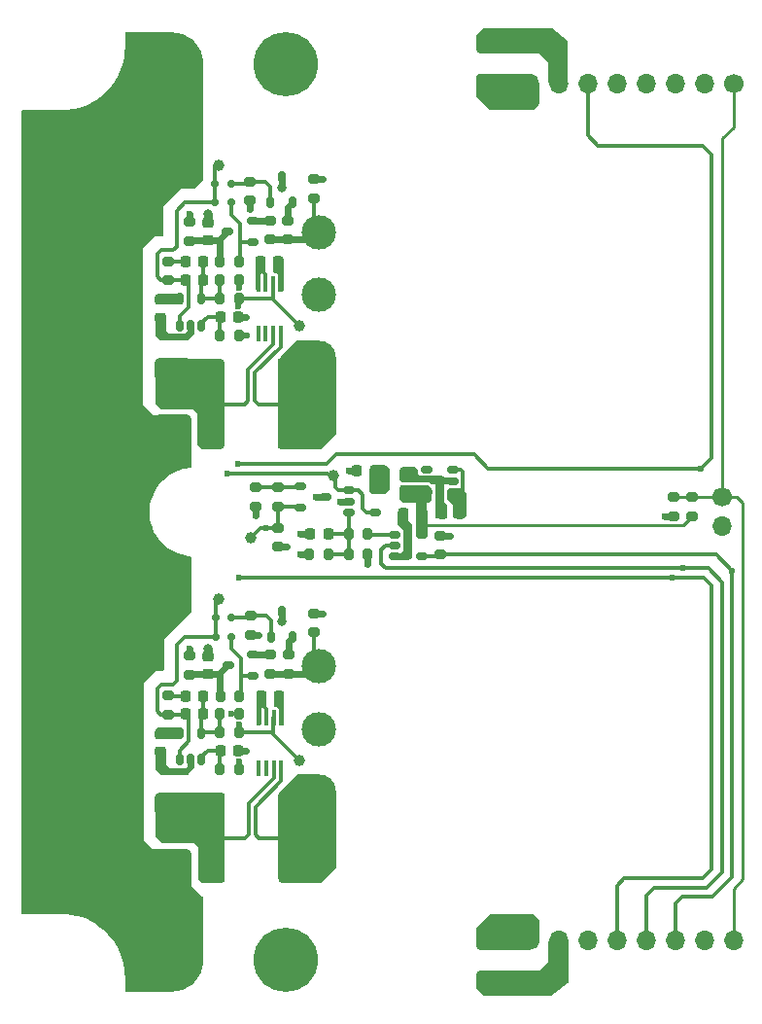
<source format=gbr>
%TF.GenerationSoftware,KiCad,Pcbnew,(6.0.1-0)*%
%TF.CreationDate,2024-02-14T13:59:27+01:00*%
%TF.ProjectId,dcload-power-board,64636c6f-6164-42d7-906f-7765722d626f,rev?*%
%TF.SameCoordinates,Original*%
%TF.FileFunction,Copper,L1,Top*%
%TF.FilePolarity,Positive*%
%FSLAX46Y46*%
G04 Gerber Fmt 4.6, Leading zero omitted, Abs format (unit mm)*
G04 Created by KiCad (PCBNEW (6.0.1-0)) date 2024-02-14 13:59:27*
%MOMM*%
%LPD*%
G01*
G04 APERTURE LIST*
G04 Aperture macros list*
%AMRoundRect*
0 Rectangle with rounded corners*
0 $1 Rounding radius*
0 $2 $3 $4 $5 $6 $7 $8 $9 X,Y pos of 4 corners*
0 Add a 4 corners polygon primitive as box body*
4,1,4,$2,$3,$4,$5,$6,$7,$8,$9,$2,$3,0*
0 Add four circle primitives for the rounded corners*
1,1,$1+$1,$2,$3*
1,1,$1+$1,$4,$5*
1,1,$1+$1,$6,$7*
1,1,$1+$1,$8,$9*
0 Add four rect primitives between the rounded corners*
20,1,$1+$1,$2,$3,$4,$5,0*
20,1,$1+$1,$4,$5,$6,$7,0*
20,1,$1+$1,$6,$7,$8,$9,0*
20,1,$1+$1,$8,$9,$2,$3,0*%
G04 Aperture macros list end*
%TA.AperFunction,ComponentPad*%
%ADD10C,3.000000*%
%TD*%
%TA.AperFunction,SMDPad,CuDef*%
%ADD11RoundRect,0.150000X0.150000X-0.350000X0.150000X0.350000X-0.150000X0.350000X-0.150000X-0.350000X0*%
%TD*%
%TA.AperFunction,SMDPad,CuDef*%
%ADD12RoundRect,0.200000X-0.275000X0.200000X-0.275000X-0.200000X0.275000X-0.200000X0.275000X0.200000X0*%
%TD*%
%TA.AperFunction,SMDPad,CuDef*%
%ADD13RoundRect,0.200000X-0.200000X-0.275000X0.200000X-0.275000X0.200000X0.275000X-0.200000X0.275000X0*%
%TD*%
%TA.AperFunction,SMDPad,CuDef*%
%ADD14C,1.000000*%
%TD*%
%TA.AperFunction,SMDPad,CuDef*%
%ADD15R,0.450000X1.450000*%
%TD*%
%TA.AperFunction,SMDPad,CuDef*%
%ADD16RoundRect,0.200000X0.275000X-0.200000X0.275000X0.200000X-0.275000X0.200000X-0.275000X-0.200000X0*%
%TD*%
%TA.AperFunction,SMDPad,CuDef*%
%ADD17RoundRect,0.225000X-0.225000X-0.250000X0.225000X-0.250000X0.225000X0.250000X-0.225000X0.250000X0*%
%TD*%
%TA.AperFunction,SMDPad,CuDef*%
%ADD18RoundRect,0.200000X0.200000X0.275000X-0.200000X0.275000X-0.200000X-0.275000X0.200000X-0.275000X0*%
%TD*%
%TA.AperFunction,SMDPad,CuDef*%
%ADD19RoundRect,0.225000X-0.250000X0.225000X-0.250000X-0.225000X0.250000X-0.225000X0.250000X0.225000X0*%
%TD*%
%TA.AperFunction,SMDPad,CuDef*%
%ADD20RoundRect,0.150000X0.150000X0.200000X-0.150000X0.200000X-0.150000X-0.200000X0.150000X-0.200000X0*%
%TD*%
%TA.AperFunction,SMDPad,CuDef*%
%ADD21RoundRect,0.225000X0.225000X0.250000X-0.225000X0.250000X-0.225000X-0.250000X0.225000X-0.250000X0*%
%TD*%
%TA.AperFunction,SMDPad,CuDef*%
%ADD22RoundRect,0.250000X0.362500X1.425000X-0.362500X1.425000X-0.362500X-1.425000X0.362500X-1.425000X0*%
%TD*%
%TA.AperFunction,SMDPad,CuDef*%
%ADD23RoundRect,0.250000X-0.650000X0.325000X-0.650000X-0.325000X0.650000X-0.325000X0.650000X0.325000X0*%
%TD*%
%TA.AperFunction,SMDPad,CuDef*%
%ADD24RoundRect,0.225000X0.250000X-0.225000X0.250000X0.225000X-0.250000X0.225000X-0.250000X-0.225000X0*%
%TD*%
%TA.AperFunction,SMDPad,CuDef*%
%ADD25RoundRect,0.150000X-0.350000X-0.150000X0.350000X-0.150000X0.350000X0.150000X-0.350000X0.150000X0*%
%TD*%
%TA.AperFunction,ComponentPad*%
%ADD26C,5.600000*%
%TD*%
%TA.AperFunction,SMDPad,CuDef*%
%ADD27RoundRect,0.150000X-0.150000X-0.200000X0.150000X-0.200000X0.150000X0.200000X-0.150000X0.200000X0*%
%TD*%
%TA.AperFunction,SMDPad,CuDef*%
%ADD28RoundRect,0.362963X-1.212037X0.617037X-1.212037X-0.617037X1.212037X-0.617037X1.212037X0.617037X0*%
%TD*%
%TA.AperFunction,SMDPad,CuDef*%
%ADD29RoundRect,0.150000X0.350000X0.150000X-0.350000X0.150000X-0.350000X-0.150000X0.350000X-0.150000X0*%
%TD*%
%TA.AperFunction,SMDPad,CuDef*%
%ADD30RoundRect,0.250000X0.650000X-0.325000X0.650000X0.325000X-0.650000X0.325000X-0.650000X-0.325000X0*%
%TD*%
%TA.AperFunction,ComponentPad*%
%ADD31C,1.700000*%
%TD*%
%TA.AperFunction,ComponentPad*%
%ADD32O,1.700000X1.700000*%
%TD*%
%TA.AperFunction,ViaPad*%
%ADD33C,0.600000*%
%TD*%
%TA.AperFunction,ViaPad*%
%ADD34C,0.800000*%
%TD*%
%TA.AperFunction,Conductor*%
%ADD35C,0.300000*%
%TD*%
%TA.AperFunction,Conductor*%
%ADD36C,0.250000*%
%TD*%
%TA.AperFunction,Conductor*%
%ADD37C,0.900000*%
%TD*%
%TA.AperFunction,Conductor*%
%ADD38C,0.500000*%
%TD*%
%TA.AperFunction,Conductor*%
%ADD39C,0.600000*%
%TD*%
%TA.AperFunction,Conductor*%
%ADD40C,0.350000*%
%TD*%
%TA.AperFunction,Conductor*%
%ADD41C,0.800000*%
%TD*%
G04 APERTURE END LIST*
D10*
%TO.P,Q200,1,G*%
%TO.N,/2. Current Sink 1/GATE*%
X126920000Y-70650000D03*
%TO.P,Q200,2,D*%
%TO.N,IN+*%
X126920000Y-76100000D03*
%TO.P,Q200,3,S*%
%TO.N,/2. Current Sink 1/SOURCE*%
X126920000Y-81550000D03*
%TD*%
D11*
%TO.P,U200,1*%
%TO.N,/2. Current Sink 1/EA_OUT*%
X114775000Y-78750000D03*
%TO.P,U200,2,VSS*%
%TO.N,GND*%
X115725000Y-78750000D03*
%TO.P,U200,3,+*%
%TO.N,/2. Current Sink 1/EA+*%
X116675000Y-78750000D03*
%TO.P,U200,4,-*%
%TO.N,/2. Current Sink 1/EA_FB*%
X116675000Y-76450000D03*
%TO.P,U200,5,VDD*%
%TO.N,+12V*%
X114775000Y-76450000D03*
%TD*%
D12*
%TO.P,R100,1*%
%TO.N,EA_OFFSET*%
X123300000Y-96375000D03*
%TO.P,R100,2*%
%TO.N,+12V*%
X123300000Y-98025000D03*
%TD*%
D13*
%TO.P,R306,1*%
%TO.N,/3. Current Sink 2/EA_FB*%
X118275000Y-112600000D03*
%TO.P,R306,2*%
%TO.N,/ISET_BUF*%
X119925000Y-112600000D03*
%TD*%
D12*
%TO.P,R302,1*%
%TO.N,GND*%
X126480000Y-103825000D03*
%TO.P,R302,2*%
%TO.N,/3. Current Sink 2/GATE*%
X126480000Y-105475000D03*
%TD*%
%TO.P,R308,1*%
%TO.N,Net-(C304-Pad2)*%
X113750000Y-110975000D03*
%TO.P,R308,2*%
%TO.N,/3. Current Sink 2/EA_OUT*%
X113750000Y-112625000D03*
%TD*%
D13*
%TO.P,R105,1*%
%TO.N,+12V*%
X126075000Y-98700000D03*
%TO.P,R105,2*%
%TO.N,/ISET_FILT*%
X127725000Y-98700000D03*
%TD*%
D12*
%TO.P,R201,1*%
%TO.N,/2. Current Sink 1/DRV_OUT_L*%
X124200000Y-69625000D03*
%TO.P,R201,2*%
%TO.N,/2. Current Sink 1/GATE*%
X124200000Y-71275000D03*
%TD*%
D14*
%TO.P,TP100,1,1*%
%TO.N,EA_OFFSET*%
X121000000Y-97200000D03*
%TD*%
D13*
%TO.P,R106,1*%
%TO.N,/ISET_FILT*%
X129475000Y-98700000D03*
%TO.P,R106,2*%
%TO.N,GND*%
X131125000Y-98700000D03*
%TD*%
D12*
%TO.P,R200,1*%
%TO.N,/2. Current Sink 1/DRV_OUT_U*%
X122650000Y-69625000D03*
%TO.P,R200,2*%
%TO.N,/2. Current Sink 1/GATE*%
X122650000Y-71275000D03*
%TD*%
D15*
%TO.P,U201,1,Vs*%
%TO.N,+5V*%
X123575000Y-75100000D03*
%TO.P,U201,2,OUT*%
%TO.N,/ISEN1*%
X122925000Y-75100000D03*
%TO.P,U201,3,CMP_IN*%
%TO.N,GND*%
X122275000Y-75100000D03*
%TO.P,U201,4,GND*%
X121625000Y-75100000D03*
%TO.P,U201,5,~{RESET}*%
%TO.N,unconnected-(U201-Pad5)*%
X121625000Y-79500000D03*
%TO.P,U201,6,CMP_OUT*%
%TO.N,unconnected-(U201-Pad6)*%
X122275000Y-79500000D03*
%TO.P,U201,7,IN-*%
%TO.N,/2. Current Sink 1/SOURCE-F*%
X122925000Y-79500000D03*
%TO.P,U201,8,IN+*%
%TO.N,/2. Current Sink 1/SOURCE*%
X123575000Y-79500000D03*
%TD*%
D16*
%TO.P,R311,1*%
%TO.N,GND*%
X120930000Y-105675000D03*
%TO.P,R311,2*%
%TO.N,Net-(D301-Pad1)*%
X120930000Y-104025000D03*
%TD*%
D14*
%TO.P,TP301,1,1*%
%TO.N,/3. Current Sink 2/EA_OUT*%
X118180000Y-102600000D03*
%TD*%
D17*
%TO.P,C102,1*%
%TO.N,GND*%
X137625000Y-95100000D03*
%TO.P,C102,2*%
%TO.N,+12V*%
X139175000Y-95100000D03*
%TD*%
D14*
%TO.P,TP300,1,1*%
%TO.N,/ISEN2*%
X125200000Y-116600000D03*
%TD*%
D18*
%TO.P,R210,1*%
%TO.N,Net-(D200-Pad2)*%
X119925000Y-73200000D03*
%TO.P,R210,2*%
%TO.N,/2. Current Sink 1/DRV_VCC*%
X118275000Y-73200000D03*
%TD*%
D19*
%TO.P,C305,1*%
%TO.N,GND*%
X117200000Y-107575000D03*
%TO.P,C305,2*%
%TO.N,/3. Current Sink 2/DRV_VCC*%
X117200000Y-109125000D03*
%TD*%
D12*
%TO.P,R202,1*%
%TO.N,GND*%
X126450000Y-66025000D03*
%TO.P,R202,2*%
%TO.N,/2. Current Sink 1/GATE*%
X126450000Y-67675000D03*
%TD*%
D20*
%TO.P,D300,1,K*%
%TO.N,/3. Current Sink 2/EA_OUT*%
X117880000Y-105850000D03*
%TO.P,D300,2,A*%
%TO.N,Net-(D300-Pad2)*%
X119280000Y-105850000D03*
%TD*%
D18*
%TO.P,R305,1*%
%TO.N,/ISEN2*%
X119925000Y-114200000D03*
%TO.P,R305,2*%
%TO.N,/3. Current Sink 2/EA_FB*%
X118275000Y-114200000D03*
%TD*%
D21*
%TO.P,C203,1*%
%TO.N,/2. Current Sink 1/EA_FB*%
X116825000Y-74800000D03*
%TO.P,C203,2*%
%TO.N,/2. Current Sink 1/EA_OUT*%
X115275000Y-74800000D03*
%TD*%
D11*
%TO.P,Q302,1,B*%
%TO.N,Net-(D301-Pad1)*%
X122717500Y-105843750D03*
%TO.P,Q302,2,E*%
%TO.N,/3. Current Sink 2/DRV_OUT_L*%
X124617500Y-105843750D03*
%TO.P,Q302,3,C*%
%TO.N,GND*%
X123667500Y-103668750D03*
%TD*%
D21*
%TO.P,C302,1*%
%TO.N,GND*%
X119875000Y-115800000D03*
%TO.P,C302,2*%
%TO.N,/3. Current Sink 2/EA+*%
X118325000Y-115800000D03*
%TD*%
D22*
%TO.P,R304,1*%
%TO.N,/3. Current Sink 2/SOURCE*%
X123992500Y-125625000D03*
%TO.P,R304,2*%
%TO.N,/3. Current Sink 2/SOURCE-F*%
X118067500Y-125625000D03*
%TD*%
D23*
%TO.P,C100,1*%
%TO.N,GND*%
X141500000Y-54475000D03*
%TO.P,C100,2*%
%TO.N,+12V*%
X141500000Y-57425000D03*
%TD*%
D17*
%TO.P,C105,1*%
%TO.N,GND*%
X126165000Y-96900000D03*
%TO.P,C105,2*%
%TO.N,/ISET_FILT*%
X127715000Y-96900000D03*
%TD*%
D16*
%TO.P,R211,1*%
%TO.N,GND*%
X120900000Y-67875000D03*
%TO.P,R211,2*%
%TO.N,Net-(D201-Pad1)*%
X120900000Y-66225000D03*
%TD*%
D21*
%TO.P,C304,1*%
%TO.N,/3. Current Sink 2/EA_FB*%
X116825000Y-111000000D03*
%TO.P,C304,2*%
%TO.N,Net-(C304-Pad2)*%
X115275000Y-111000000D03*
%TD*%
D15*
%TO.P,U301,1,Vs*%
%TO.N,+5V*%
X123605000Y-112900000D03*
%TO.P,U301,2,OUT*%
%TO.N,/ISEN2*%
X122955000Y-112900000D03*
%TO.P,U301,3,CMP_IN*%
%TO.N,GND*%
X122305000Y-112900000D03*
%TO.P,U301,4,GND*%
X121655000Y-112900000D03*
%TO.P,U301,5,~{RESET}*%
%TO.N,unconnected-(U301-Pad5)*%
X121655000Y-117300000D03*
%TO.P,U301,6,CMP_OUT*%
%TO.N,unconnected-(U301-Pad6)*%
X122305000Y-117300000D03*
%TO.P,U301,7,IN-*%
%TO.N,/3. Current Sink 2/SOURCE-F*%
X122955000Y-117300000D03*
%TO.P,U301,8,IN+*%
%TO.N,/3. Current Sink 2/SOURCE*%
X123605000Y-117300000D03*
%TD*%
D19*
%TO.P,C103,1*%
%TO.N,GND*%
X134400000Y-91550000D03*
%TO.P,C103,2*%
%TO.N,+5V*%
X134400000Y-93100000D03*
%TD*%
D13*
%TO.P,R307,1*%
%TO.N,/3. Current Sink 2/EA+*%
X118275000Y-117400000D03*
%TO.P,R307,2*%
%TO.N,EA_OFFSET*%
X119925000Y-117400000D03*
%TD*%
D21*
%TO.P,C204,1*%
%TO.N,/2. Current Sink 1/EA_FB*%
X116825000Y-73200000D03*
%TO.P,C204,2*%
%TO.N,Net-(C204-Pad2)*%
X115275000Y-73200000D03*
%TD*%
D24*
%TO.P,C300,1*%
%TO.N,GND*%
X113100000Y-115875000D03*
%TO.P,C300,2*%
%TO.N,+12V*%
X113100000Y-114325000D03*
%TD*%
D14*
%TO.P,TP200,1,1*%
%TO.N,/ISEN1*%
X125200000Y-78800000D03*
%TD*%
D18*
%TO.P,R205,1*%
%TO.N,/ISEN1*%
X119925000Y-76400000D03*
%TO.P,R205,2*%
%TO.N,/2. Current Sink 1/EA_FB*%
X118275000Y-76400000D03*
%TD*%
D17*
%TO.P,C301,1*%
%TO.N,GND*%
X121855000Y-111000000D03*
%TO.P,C301,2*%
%TO.N,+5V*%
X123405000Y-111000000D03*
%TD*%
D11*
%TO.P,U300,1*%
%TO.N,/3. Current Sink 2/EA_OUT*%
X114775000Y-116550000D03*
%TO.P,U300,2,VSS*%
%TO.N,GND*%
X115725000Y-116550000D03*
%TO.P,U300,3,+*%
%TO.N,/3. Current Sink 2/EA+*%
X116675000Y-116550000D03*
%TO.P,U300,4,-*%
%TO.N,/3. Current Sink 2/EA_FB*%
X116675000Y-114250000D03*
%TO.P,U300,5,VDD*%
%TO.N,+12V*%
X114775000Y-114250000D03*
%TD*%
D25*
%TO.P,U103,1*%
%TO.N,/ISET_BUF*%
X129520000Y-93120000D03*
%TO.P,U103,2,VSS*%
%TO.N,GND*%
X129520000Y-94070000D03*
%TO.P,U103,3,+*%
%TO.N,/ISET_FILT*%
X129520000Y-95020000D03*
%TO.P,U103,4,-*%
%TO.N,/ISET_BUF*%
X131820000Y-95020000D03*
%TO.P,U103,5,VDD*%
%TO.N,+12V*%
X131820000Y-93120000D03*
%TD*%
D26*
%TO.P,H105,1,1*%
%TO.N,IN+*%
X124000000Y-134000000D03*
%TD*%
D16*
%TO.P,R107,1*%
%TO.N,+5V*%
X159437500Y-95350000D03*
%TO.P,R107,2*%
%TO.N,/NTC*%
X159437500Y-93700000D03*
%TD*%
D17*
%TO.P,C104,1*%
%TO.N,GND*%
X134225000Y-95100000D03*
%TO.P,C104,2*%
%TO.N,+5V*%
X135775000Y-95100000D03*
%TD*%
D16*
%TO.P,R101,1*%
%TO.N,EA_OFFSET*%
X123300000Y-94525000D03*
%TO.P,R101,2*%
%TO.N,Net-(R101-Pad2)*%
X123300000Y-92875000D03*
%TD*%
D17*
%TO.P,C106,1*%
%TO.N,GND*%
X130225000Y-91400000D03*
%TO.P,C106,2*%
%TO.N,+12V*%
X131775000Y-91400000D03*
%TD*%
D18*
%TO.P,R310,1*%
%TO.N,Net-(D300-Pad2)*%
X119955000Y-111000000D03*
%TO.P,R310,2*%
%TO.N,/3. Current Sink 2/DRV_VCC*%
X118305000Y-111000000D03*
%TD*%
D26*
%TO.P,H106,1,1*%
%TO.N,GND*%
X114000000Y-134000000D03*
%TD*%
D27*
%TO.P,D201,1,K*%
%TO.N,Net-(D201-Pad1)*%
X119250000Y-66397500D03*
%TO.P,D201,2,A*%
%TO.N,/2. Current Sink 1/EA_OUT*%
X117850000Y-66397500D03*
%TD*%
D25*
%TO.P,U102,1,D*%
%TO.N,Net-(R104-Pad1)*%
X133530000Y-96950000D03*
%TO.P,U102,2,S*%
%TO.N,/ISET*%
X133530000Y-97900000D03*
%TO.P,U102,3,GND*%
%TO.N,GND*%
X133530000Y-98850000D03*
%TO.P,U102,4,SEL*%
%TO.N,/EN*%
X135830000Y-98850000D03*
%TO.P,U102,5,VDD*%
%TO.N,+5V*%
X135830000Y-96950000D03*
%TD*%
D28*
%TO.P,F300,1*%
%TO.N,/3. Current Sink 2/SOURCE-F*%
X114230000Y-120425000D03*
%TO.P,F300,2*%
%TO.N,GND*%
X114230000Y-125335000D03*
%TD*%
D29*
%TO.P,Q201,1,B*%
%TO.N,Net-(D200-Pad2)*%
X121137500Y-71500000D03*
%TO.P,Q201,2,E*%
%TO.N,/2. Current Sink 1/DRV_OUT_U*%
X121137500Y-69600000D03*
%TO.P,Q201,3,C*%
%TO.N,/2. Current Sink 1/DRV_VCC*%
X118962500Y-70550000D03*
%TD*%
D24*
%TO.P,C200,1*%
%TO.N,GND*%
X113100000Y-78075000D03*
%TO.P,C200,2*%
%TO.N,+12V*%
X113100000Y-76525000D03*
%TD*%
D16*
%TO.P,R209,1*%
%TO.N,/2. Current Sink 1/DRV_VCC*%
X115600000Y-71375000D03*
%TO.P,R209,2*%
%TO.N,+12V*%
X115600000Y-69725000D03*
%TD*%
%TO.P,R309,1*%
%TO.N,/3. Current Sink 2/DRV_VCC*%
X115600000Y-109175000D03*
%TO.P,R309,2*%
%TO.N,+12V*%
X115600000Y-107525000D03*
%TD*%
D13*
%TO.P,R207,1*%
%TO.N,/2. Current Sink 1/EA+*%
X118275000Y-79600000D03*
%TO.P,R207,2*%
%TO.N,EA_OFFSET*%
X119925000Y-79600000D03*
%TD*%
D14*
%TO.P,TP101,1,1*%
%TO.N,/ISET_BUF*%
X128200000Y-91850000D03*
%TD*%
D28*
%TO.P,F200,1*%
%TO.N,/2. Current Sink 1/SOURCE-F*%
X114200000Y-82625000D03*
%TO.P,F200,2*%
%TO.N,GND*%
X114200000Y-87535000D03*
%TD*%
D30*
%TO.P,C101,1*%
%TO.N,GND*%
X141500000Y-135525000D03*
%TO.P,C101,2*%
%TO.N,+12V*%
X141500000Y-132575000D03*
%TD*%
D13*
%TO.P,R206,1*%
%TO.N,/2. Current Sink 1/EA_FB*%
X118275000Y-74800000D03*
%TO.P,R206,2*%
%TO.N,/ISET_BUF*%
X119925000Y-74800000D03*
%TD*%
D12*
%TO.P,R208,1*%
%TO.N,Net-(C204-Pad2)*%
X113750000Y-73175000D03*
%TO.P,R208,2*%
%TO.N,/2. Current Sink 1/EA_OUT*%
X113750000Y-74825000D03*
%TD*%
D21*
%TO.P,C303,1*%
%TO.N,/3. Current Sink 2/EA_FB*%
X116825000Y-112600000D03*
%TO.P,C303,2*%
%TO.N,/3. Current Sink 2/EA_OUT*%
X115275000Y-112600000D03*
%TD*%
D12*
%TO.P,R301,1*%
%TO.N,/3. Current Sink 2/DRV_OUT_L*%
X124230000Y-107425000D03*
%TO.P,R301,2*%
%TO.N,/3. Current Sink 2/GATE*%
X124230000Y-109075000D03*
%TD*%
%TO.P,R102,1*%
%TO.N,Net-(R101-Pad2)*%
X121400000Y-92875000D03*
%TO.P,R102,2*%
%TO.N,GND*%
X121400000Y-94525000D03*
%TD*%
D21*
%TO.P,C202,1*%
%TO.N,GND*%
X119875000Y-78000000D03*
%TO.P,C202,2*%
%TO.N,/2. Current Sink 1/EA+*%
X118325000Y-78000000D03*
%TD*%
D26*
%TO.P,H104,1,1*%
%TO.N,GND*%
X114000000Y-56000000D03*
%TD*%
D22*
%TO.P,R204,1*%
%TO.N,/2. Current Sink 1/SOURCE*%
X123962500Y-87825000D03*
%TO.P,R204,2*%
%TO.N,/2. Current Sink 1/SOURCE-F*%
X118037500Y-87825000D03*
%TD*%
D29*
%TO.P,Q301,1,B*%
%TO.N,Net-(D300-Pad2)*%
X121167500Y-109300000D03*
%TO.P,Q301,2,E*%
%TO.N,/3. Current Sink 2/DRV_OUT_U*%
X121167500Y-107400000D03*
%TO.P,Q301,3,C*%
%TO.N,/3. Current Sink 2/DRV_VCC*%
X118992500Y-108350000D03*
%TD*%
D12*
%TO.P,R300,1*%
%TO.N,/3. Current Sink 2/DRV_OUT_U*%
X122680000Y-107425000D03*
%TO.P,R300,2*%
%TO.N,/3. Current Sink 2/GATE*%
X122680000Y-109075000D03*
%TD*%
D19*
%TO.P,C205,1*%
%TO.N,GND*%
X117200000Y-69775000D03*
%TO.P,C205,2*%
%TO.N,/2. Current Sink 1/DRV_VCC*%
X117200000Y-71325000D03*
%TD*%
D29*
%TO.P,U100,1,IN*%
%TO.N,+12V*%
X138550000Y-93250000D03*
%TO.P,U100,2,GND*%
%TO.N,GND*%
X138550000Y-92300000D03*
%TO.P,U100,3,EN*%
%TO.N,+12V*%
X138550000Y-91350000D03*
%TO.P,U100,4,NC*%
%TO.N,unconnected-(U100-Pad4)*%
X136250000Y-91350000D03*
%TO.P,U100,5,OUT*%
%TO.N,+5V*%
X136250000Y-93250000D03*
%TD*%
D22*
%TO.P,R303,1*%
%TO.N,/3. Current Sink 2/SOURCE*%
X123992500Y-121125000D03*
%TO.P,R303,2*%
%TO.N,/3. Current Sink 2/SOURCE-F*%
X118067500Y-121125000D03*
%TD*%
D27*
%TO.P,D301,1,K*%
%TO.N,Net-(D301-Pad1)*%
X119280000Y-104197500D03*
%TO.P,D301,2,A*%
%TO.N,/3. Current Sink 2/EA_OUT*%
X117880000Y-104197500D03*
%TD*%
D16*
%TO.P,R103,1*%
%TO.N,/EN*%
X137470000Y-98705000D03*
%TO.P,R103,2*%
%TO.N,GND*%
X137470000Y-97055000D03*
%TD*%
D18*
%TO.P,R104,1*%
%TO.N,Net-(R104-Pad1)*%
X131125000Y-96900000D03*
%TO.P,R104,2*%
%TO.N,/ISET_FILT*%
X129475000Y-96900000D03*
%TD*%
D12*
%TO.P,R108,1*%
%TO.N,/NTC*%
X157800000Y-93700000D03*
%TO.P,R108,2*%
%TO.N,GND*%
X157800000Y-95350000D03*
%TD*%
D10*
%TO.P,Q300,1,G*%
%TO.N,/3. Current Sink 2/GATE*%
X126920000Y-108450000D03*
%TO.P,Q300,2,D*%
%TO.N,IN+*%
X126920000Y-113900000D03*
%TO.P,Q300,3,S*%
%TO.N,/3. Current Sink 2/SOURCE*%
X126920000Y-119350000D03*
%TD*%
D25*
%TO.P,U101,1,REF*%
%TO.N,Net-(R101-Pad2)*%
X125312500Y-92750000D03*
%TO.P,U101,2,K*%
%TO.N,EA_OFFSET*%
X125312500Y-94650000D03*
%TO.P,U101,3,A*%
%TO.N,GND*%
X127487500Y-93700000D03*
%TD*%
D11*
%TO.P,Q202,1,B*%
%TO.N,Net-(D201-Pad1)*%
X122687500Y-68043750D03*
%TO.P,Q202,2,E*%
%TO.N,/2. Current Sink 1/DRV_OUT_L*%
X124587500Y-68043750D03*
%TO.P,Q202,3,C*%
%TO.N,GND*%
X123637500Y-65868750D03*
%TD*%
D17*
%TO.P,C201,1*%
%TO.N,GND*%
X121825000Y-73200000D03*
%TO.P,C201,2*%
%TO.N,+5V*%
X123375000Y-73200000D03*
%TD*%
D14*
%TO.P,TP201,1,1*%
%TO.N,/2. Current Sink 1/EA_OUT*%
X118150000Y-64800000D03*
%TD*%
D22*
%TO.P,R203,1*%
%TO.N,/2. Current Sink 1/SOURCE*%
X123962500Y-83325000D03*
%TO.P,R203,2*%
%TO.N,/2. Current Sink 1/SOURCE-F*%
X118037500Y-83325000D03*
%TD*%
D20*
%TO.P,D200,1,K*%
%TO.N,/2. Current Sink 1/EA_OUT*%
X117850000Y-68050000D03*
%TO.P,D200,2,A*%
%TO.N,Net-(D200-Pad2)*%
X119250000Y-68050000D03*
%TD*%
D26*
%TO.P,H103,1,1*%
%TO.N,IN+*%
X124000000Y-56000000D03*
%TD*%
D31*
%TO.P,J103,1,Pin_1*%
%TO.N,/NTC*%
X162037500Y-93692500D03*
D32*
%TO.P,J103,2,Pin_2*%
%TO.N,GND*%
X162037500Y-96232500D03*
%TD*%
D31*
%TO.P,J100,1,Pin_1*%
%TO.N,/NTC*%
X163000000Y-57700000D03*
D32*
%TO.P,J100,2,Pin_2*%
%TO.N,GND*%
X160460000Y-57700000D03*
%TO.P,J100,3,Pin_3*%
%TO.N,/EN*%
X157920000Y-57700000D03*
%TO.P,J100,4,Pin_4*%
%TO.N,/ISET*%
X155380000Y-57700000D03*
%TO.P,J100,5,Pin_5*%
%TO.N,/ISEN2*%
X152840000Y-57700000D03*
%TO.P,J100,6,Pin_6*%
%TO.N,/ISEN1*%
X150300000Y-57700000D03*
%TO.P,J100,7,Pin_7*%
%TO.N,GND*%
X147760000Y-57700000D03*
%TO.P,J100,8,Pin_8*%
%TO.N,+12V*%
X145220000Y-57700000D03*
%TD*%
D31*
%TO.P,J101,1,Pin_1*%
%TO.N,+12V*%
X145220000Y-132300000D03*
D32*
%TO.P,J101,2,Pin_2*%
%TO.N,GND*%
X147760000Y-132300000D03*
%TO.P,J101,3,Pin_3*%
%TO.N,/ISEN1*%
X150300000Y-132300000D03*
%TO.P,J101,4,Pin_4*%
%TO.N,/ISEN2*%
X152840000Y-132300000D03*
%TO.P,J101,5,Pin_5*%
%TO.N,/ISET*%
X155380000Y-132300000D03*
%TO.P,J101,6,Pin_6*%
%TO.N,/EN*%
X157920000Y-132300000D03*
%TO.P,J101,7,Pin_7*%
%TO.N,GND*%
X160460000Y-132300000D03*
%TO.P,J101,8,Pin_8*%
%TO.N,/NTC*%
X163000000Y-132300000D03*
%TD*%
D33*
%TO.N,+5V*%
X136250000Y-93900000D03*
X135350000Y-93100000D03*
X123530000Y-111800000D03*
X123500000Y-74000000D03*
X134400000Y-93900000D03*
%TO.N,+12V*%
X114000000Y-76450000D03*
X143000000Y-132000000D03*
X132700000Y-91500000D03*
X124090000Y-98020000D03*
X142000000Y-59000000D03*
X115612500Y-106850000D03*
X114000000Y-114250000D03*
X143000000Y-58000000D03*
X131800000Y-92300000D03*
X144000000Y-59000000D03*
X142000000Y-131000000D03*
X125260000Y-98700000D03*
X139400000Y-93600000D03*
X138600000Y-93900000D03*
X144000000Y-131000000D03*
X115612500Y-69050000D03*
%TO.N,EA_OFFSET*%
X120600000Y-79600000D03*
X122300000Y-96400000D03*
X119925000Y-116750000D03*
%TO.N,/EN*%
X162900000Y-100100000D03*
%TO.N,/ISET*%
X158600000Y-99900000D03*
%TO.N,/ISEN2*%
X157700000Y-100750000D03*
X119925000Y-113524500D03*
X119925000Y-100700000D03*
%TO.N,/ISEN1*%
X119850000Y-90800000D03*
X119850000Y-77075000D03*
X160200000Y-91200000D03*
%TO.N,/ISET_BUF*%
X119925000Y-75475500D03*
X118950000Y-91650000D03*
X119275000Y-112600000D03*
D34*
%TO.N,GND*%
X112000000Y-90000000D03*
X112000000Y-89100000D03*
D33*
X126600000Y-93700000D03*
X136800000Y-92200000D03*
D34*
X112900000Y-127800000D03*
D33*
X134600000Y-96200000D03*
D34*
X111100000Y-89100000D03*
D33*
X142000000Y-136500000D03*
X115300000Y-79775000D03*
D34*
X112900000Y-126900000D03*
X112000000Y-88200000D03*
D33*
X143000000Y-54500000D03*
X115675000Y-117250000D03*
D34*
X112000000Y-125100000D03*
D33*
X127225000Y-66025000D03*
D34*
X113800000Y-89100000D03*
D33*
X137650000Y-92250000D03*
X127255000Y-103825000D03*
D34*
X112000000Y-126900000D03*
X114700000Y-126900000D03*
D33*
X120525000Y-115800000D03*
D34*
X111100000Y-126900000D03*
D33*
X142000000Y-53500000D03*
X143000000Y-53500000D03*
X125300000Y-96900000D03*
D34*
X123650000Y-66725000D03*
D33*
X135200000Y-91525000D03*
X113325000Y-79600000D03*
D34*
X113800000Y-127800000D03*
D33*
X131120000Y-99490000D03*
D34*
X111100000Y-90000000D03*
X111100000Y-88200000D03*
D33*
X120900000Y-68600000D03*
X128750000Y-94070000D03*
X114275000Y-79775000D03*
X121730000Y-111800000D03*
X129500000Y-91400000D03*
X113100000Y-78850000D03*
X120525000Y-78000000D03*
D34*
X112000000Y-127800000D03*
X112000000Y-126000000D03*
D33*
X157000000Y-95350000D03*
D34*
X111100000Y-87300000D03*
X112000000Y-87300000D03*
X117212500Y-69050000D03*
D33*
X138300000Y-97050000D03*
X113100000Y-116650000D03*
D34*
X117212500Y-106850000D03*
D33*
X134400000Y-98800000D03*
D34*
X112900000Y-90000000D03*
X111100000Y-127800000D03*
D33*
X121400000Y-95300000D03*
D34*
X114700000Y-89100000D03*
D33*
X143000000Y-136500000D03*
X121650000Y-105675000D03*
D34*
X111100000Y-126000000D03*
D33*
X121700000Y-74000000D03*
X143000000Y-135500000D03*
D34*
X113800000Y-126900000D03*
X113800000Y-90000000D03*
D33*
X137400000Y-94250000D03*
D34*
X114700000Y-90000000D03*
X114700000Y-127800000D03*
X123680000Y-104525000D03*
X112900000Y-89100000D03*
X111100000Y-125100000D03*
%TD*%
D35*
%TO.N,/2. Current Sink 1/EA+*%
X118275000Y-79600000D02*
X118275000Y-78050000D01*
X118275000Y-78050000D02*
X118325000Y-78000000D01*
X118325000Y-78000000D02*
X117200000Y-78000000D01*
X117200000Y-78000000D02*
X116675000Y-78525000D01*
X116675000Y-78525000D02*
X116675000Y-78750000D01*
%TO.N,/ISET_FILT*%
X129475000Y-98700000D02*
X129475000Y-96900000D01*
X129475000Y-96900000D02*
X129475000Y-95065000D01*
X127715000Y-98700000D02*
X129495000Y-98700000D01*
X129475000Y-95065000D02*
X129520000Y-95020000D01*
X127765000Y-96900000D02*
X129475000Y-96900000D01*
%TO.N,/2. Current Sink 1/EA_FB*%
X118275000Y-76400000D02*
X116725000Y-76400000D01*
X116675000Y-76450000D02*
X116675000Y-74950000D01*
X116825000Y-73200000D02*
X116825000Y-74800000D01*
X118275000Y-74800000D02*
X118275000Y-76400000D01*
X116675000Y-74950000D02*
X116825000Y-74800000D01*
X116725000Y-76400000D02*
X116675000Y-76450000D01*
%TO.N,/2. Current Sink 1/EA_OUT*%
X113750000Y-74825000D02*
X115250000Y-74825000D01*
X113750000Y-74825000D02*
X113125000Y-74825000D01*
X113125000Y-74825000D02*
X112800000Y-74500000D01*
X114775000Y-78750000D02*
X114775000Y-77975000D01*
X115200000Y-68050000D02*
X117850000Y-68050000D01*
X115250000Y-74825000D02*
X115275000Y-74800000D01*
X113150000Y-72200000D02*
X114200000Y-72200000D01*
X114200000Y-72200000D02*
X114500000Y-71900000D01*
X114500000Y-71900000D02*
X114500000Y-68750000D01*
X112800000Y-72550000D02*
X113150000Y-72200000D01*
X112800000Y-74500000D02*
X112800000Y-72550000D01*
X117850000Y-66397500D02*
X117850000Y-64950000D01*
X115575000Y-77175000D02*
X115575000Y-75100000D01*
X117850000Y-68050000D02*
X117850000Y-66397500D01*
X115575000Y-75100000D02*
X115275000Y-74800000D01*
X114775000Y-77975000D02*
X115575000Y-77175000D01*
X114500000Y-68750000D02*
X115200000Y-68050000D01*
X117850000Y-64950000D02*
X117900000Y-64900000D01*
D36*
%TO.N,+5V*%
X135825000Y-96945000D02*
X135830000Y-96950000D01*
X159382500Y-95417500D02*
X158675000Y-96125000D01*
X159437500Y-95417500D02*
X159382500Y-95417500D01*
X135825000Y-96125000D02*
X135825000Y-96945000D01*
D37*
X135775000Y-95100000D02*
X135775000Y-93725000D01*
D38*
X135775000Y-93725000D02*
X136250000Y-93250000D01*
D36*
X158675000Y-96125000D02*
X135825000Y-96125000D01*
D39*
%TO.N,+12V*%
X115612500Y-69712500D02*
X115600000Y-69725000D01*
X124090000Y-98020000D02*
X124085000Y-98025000D01*
X115612500Y-69050000D02*
X115612500Y-69712500D01*
X124085000Y-98025000D02*
X123300000Y-98025000D01*
X115612500Y-106850000D02*
X115612500Y-107512500D01*
X126075000Y-98700000D02*
X125260000Y-98700000D01*
D35*
X139250000Y-91350000D02*
X139400000Y-91500000D01*
D39*
X115612500Y-107512500D02*
X115600000Y-107525000D01*
D35*
X138550000Y-91350000D02*
X139250000Y-91350000D01*
X139400000Y-91500000D02*
X139400000Y-93600000D01*
D39*
%TO.N,/2. Current Sink 1/DRV_VCC*%
X118187500Y-71325000D02*
X118287500Y-71225000D01*
X115650000Y-71325000D02*
X115600000Y-71375000D01*
X117200000Y-71325000D02*
X115650000Y-71325000D01*
X118287500Y-71225000D02*
X118287500Y-73187500D01*
X117200000Y-71325000D02*
X118187500Y-71325000D01*
X118287500Y-71225000D02*
X118962500Y-70550000D01*
D35*
%TO.N,Net-(C204-Pad2)*%
X115275000Y-73200000D02*
X113775000Y-73200000D01*
X113775000Y-73200000D02*
X113750000Y-73175000D01*
%TO.N,/3. Current Sink 2/EA+*%
X118325000Y-115800000D02*
X117200000Y-115800000D01*
X118275000Y-117400000D02*
X118275000Y-115850000D01*
X117200000Y-115800000D02*
X116675000Y-116325000D01*
X118275000Y-115850000D02*
X118325000Y-115800000D01*
X116675000Y-116325000D02*
X116675000Y-116550000D01*
%TO.N,/3. Current Sink 2/EA_FB*%
X116825000Y-111000000D02*
X116825000Y-112600000D01*
X116675000Y-112750000D02*
X116825000Y-112600000D01*
X118275000Y-112600000D02*
X118275000Y-114200000D01*
X116725000Y-114200000D02*
X116675000Y-114250000D01*
X118275000Y-114200000D02*
X116725000Y-114200000D01*
X116675000Y-114250000D02*
X116675000Y-112750000D01*
%TO.N,/3. Current Sink 2/EA_OUT*%
X115250000Y-112625000D02*
X115275000Y-112600000D01*
X117880000Y-102750000D02*
X117930000Y-102700000D01*
X113150000Y-110000000D02*
X114200000Y-110000000D01*
X113125000Y-112625000D02*
X112800000Y-112300000D01*
X117880000Y-105850000D02*
X117880000Y-104197500D01*
X114200000Y-110000000D02*
X114500000Y-109700000D01*
X113750000Y-112625000D02*
X115250000Y-112625000D01*
X114775000Y-115775000D02*
X115575000Y-114975000D01*
X115575000Y-112900000D02*
X115275000Y-112600000D01*
X117880000Y-104197500D02*
X117880000Y-102750000D01*
X114775000Y-116550000D02*
X114775000Y-115775000D01*
X112800000Y-110350000D02*
X113150000Y-110000000D01*
X112800000Y-112300000D02*
X112800000Y-110350000D01*
X114500000Y-106550000D02*
X115200000Y-105850000D01*
X115575000Y-114975000D02*
X115575000Y-112900000D01*
X113750000Y-112625000D02*
X113125000Y-112625000D01*
X114500000Y-109700000D02*
X114500000Y-106550000D01*
X115200000Y-105850000D02*
X117850000Y-105850000D01*
%TO.N,Net-(C304-Pad2)*%
X113775000Y-111000000D02*
X113750000Y-110975000D01*
X115275000Y-111000000D02*
X113775000Y-111000000D01*
%TO.N,/2. Current Sink 1/SOURCE-F*%
X118037500Y-85512500D02*
X118125000Y-85600000D01*
X120725000Y-82575000D02*
X122925000Y-80375000D01*
X120725000Y-85300000D02*
X120725000Y-82575000D01*
X120425000Y-85600000D02*
X120725000Y-85300000D01*
X122925000Y-80375000D02*
X122925000Y-79200000D01*
X118125000Y-85600000D02*
X120425000Y-85600000D01*
X118037500Y-83325000D02*
X118037500Y-85512500D01*
%TO.N,Net-(D200-Pad2)*%
X120050000Y-69900000D02*
X120050000Y-71500000D01*
X120050000Y-73075000D02*
X119925000Y-73200000D01*
X120050000Y-71500000D02*
X120050000Y-73075000D01*
X119250000Y-68050000D02*
X119250000Y-69100000D01*
D40*
X119925000Y-73200000D02*
X120100000Y-73025000D01*
D35*
X119250000Y-69100000D02*
X120050000Y-69900000D01*
X121137500Y-71500000D02*
X120050000Y-71500000D01*
%TO.N,/3. Current Sink 2/SOURCE-F*%
X118155000Y-123400000D02*
X120455000Y-123400000D01*
X118067500Y-123312500D02*
X118155000Y-123400000D01*
X120755000Y-120375000D02*
X122955000Y-118175000D01*
X118067500Y-121125000D02*
X118067500Y-123312500D01*
X120755000Y-123100000D02*
X120755000Y-120375000D01*
X120455000Y-123400000D02*
X120755000Y-123100000D01*
X122955000Y-118175000D02*
X122955000Y-117000000D01*
%TO.N,Net-(R101-Pad2)*%
X125187500Y-92875000D02*
X125312500Y-92750000D01*
X123300000Y-92875000D02*
X125187500Y-92875000D01*
X121400000Y-92875000D02*
X123300000Y-92875000D01*
%TO.N,/2. Current Sink 1/GATE*%
X126450000Y-67675000D02*
X126450000Y-70180000D01*
D39*
X124200000Y-71275000D02*
X122650000Y-71275000D01*
X124200000Y-71275000D02*
X126295000Y-71275000D01*
D35*
X126450000Y-70180000D02*
X126920000Y-70650000D01*
D39*
X126295000Y-71275000D02*
X126920000Y-70650000D01*
%TO.N,/3. Current Sink 2/DRV_VCC*%
X117200000Y-109125000D02*
X115650000Y-109125000D01*
X118287500Y-109025000D02*
X118287500Y-110987500D01*
X117200000Y-109125000D02*
X118187500Y-109125000D01*
X115650000Y-109125000D02*
X115600000Y-109175000D01*
X118287500Y-109025000D02*
X118962500Y-108350000D01*
D35*
%TO.N,EA_OFFSET*%
X122325000Y-96375000D02*
X123300000Y-96375000D01*
X125187500Y-94525000D02*
X125312500Y-94650000D01*
X119925000Y-117400000D02*
X119925000Y-116750000D01*
X119925000Y-79600000D02*
X120600000Y-79600000D01*
X122300000Y-96400000D02*
X122325000Y-96375000D01*
X121000000Y-97200000D02*
X121800000Y-96400000D01*
X123300000Y-94525000D02*
X123300000Y-96375000D01*
X123300000Y-94525000D02*
X125187500Y-94525000D01*
X121800000Y-96400000D02*
X122300000Y-96400000D01*
%TO.N,Net-(R104-Pad1)*%
X131175000Y-96950000D02*
X131125000Y-96900000D01*
X133530000Y-96950000D02*
X131175000Y-96950000D01*
%TO.N,Net-(D201-Pad1)*%
X119250000Y-66397500D02*
X120727500Y-66397500D01*
X120900000Y-66225000D02*
X122275000Y-66225000D01*
X122687500Y-66637500D02*
X122687500Y-68043750D01*
X120727500Y-66397500D02*
X120900000Y-66225000D01*
X122275000Y-66225000D02*
X122687500Y-66637500D01*
%TO.N,/EN*%
X157920000Y-129080000D02*
X157920000Y-132300000D01*
X162900000Y-100100000D02*
X162900000Y-126750000D01*
X135830000Y-98850000D02*
X137325000Y-98850000D01*
X137470000Y-98705000D02*
X161505000Y-98705000D01*
X161200000Y-128450000D02*
X158550000Y-128450000D01*
X137325000Y-98850000D02*
X137470000Y-98705000D01*
X162900000Y-126750000D02*
X161200000Y-128450000D01*
X161505000Y-98705000D02*
X162900000Y-100100000D01*
X158550000Y-128450000D02*
X157920000Y-129080000D01*
D36*
%TO.N,/NTC*%
X163800000Y-94200000D02*
X163800000Y-127000000D01*
X162037500Y-93692500D02*
X163292500Y-93692500D01*
X159445000Y-93692500D02*
X159437500Y-93700000D01*
X163000000Y-61500000D02*
X163000000Y-57700000D01*
X162037500Y-93692500D02*
X162037500Y-62462500D01*
X159437500Y-93700000D02*
X157900000Y-93700000D01*
X163800000Y-127000000D02*
X163000000Y-127800000D01*
X162037500Y-62462500D02*
X163000000Y-61500000D01*
X163000000Y-127800000D02*
X163000000Y-132300000D01*
X162037500Y-93692500D02*
X159445000Y-93692500D01*
X163292500Y-93692500D02*
X163800000Y-94200000D01*
D35*
%TO.N,Net-(D300-Pad2)*%
X120080000Y-110875000D02*
X119955000Y-111000000D01*
X120080000Y-107700000D02*
X120080000Y-109300000D01*
X120080000Y-109300000D02*
X120080000Y-110875000D01*
X119280000Y-106900000D02*
X120080000Y-107700000D01*
D40*
X119955000Y-111000000D02*
X120130000Y-110825000D01*
D35*
X121167500Y-109300000D02*
X120080000Y-109300000D01*
X119280000Y-105850000D02*
X119280000Y-106900000D01*
%TO.N,Net-(D301-Pad1)*%
X120930000Y-104025000D02*
X122305000Y-104025000D01*
X122717500Y-104437500D02*
X122717500Y-105843750D01*
X120757500Y-104197500D02*
X120930000Y-104025000D01*
X119280000Y-104197500D02*
X120757500Y-104197500D01*
X122305000Y-104025000D02*
X122717500Y-104437500D01*
D39*
%TO.N,/3. Current Sink 2/GATE*%
X124230000Y-109075000D02*
X126325000Y-109075000D01*
X126325000Y-109075000D02*
X126950000Y-108450000D01*
X126275000Y-109075000D02*
X126900000Y-108450000D01*
D35*
X126480000Y-107980000D02*
X126950000Y-108450000D01*
D39*
X124230000Y-109075000D02*
X122680000Y-109075000D01*
D35*
X126480000Y-105475000D02*
X126480000Y-107980000D01*
D38*
X126170000Y-107700000D02*
X126920000Y-108450000D01*
D35*
%TO.N,/3. Current Sink 2/SOURCE*%
X121355000Y-120675000D02*
X123605000Y-118425000D01*
X121355000Y-123100000D02*
X121355000Y-120675000D01*
X121655000Y-123400000D02*
X121355000Y-123100000D01*
X123992500Y-121125000D02*
X124055000Y-121187500D01*
X124055000Y-123400000D02*
X121655000Y-123400000D01*
X123605000Y-118425000D02*
X123605000Y-117000000D01*
X124055000Y-121187500D02*
X124055000Y-123400000D01*
D39*
%TO.N,/2. Current Sink 1/DRV_OUT_U*%
X121137500Y-69600000D02*
X122625000Y-69600000D01*
D35*
%TO.N,/ISET*%
X156100000Y-127700000D02*
X155380000Y-128420000D01*
X155380000Y-128420000D02*
X155380000Y-132300000D01*
X132750000Y-99900000D02*
X132350000Y-99500000D01*
X158600000Y-99900000D02*
X160800000Y-99900000D01*
X162000000Y-126400000D02*
X160700000Y-127700000D01*
X132700000Y-97900000D02*
X133530000Y-97900000D01*
X160700000Y-127700000D02*
X156100000Y-127700000D01*
X132350000Y-99500000D02*
X132350000Y-98250000D01*
X160800000Y-99900000D02*
X162000000Y-101100000D01*
X158600000Y-99900000D02*
X132750000Y-99900000D01*
X162000000Y-101100000D02*
X162000000Y-126400000D01*
X132350000Y-98250000D02*
X132700000Y-97900000D01*
%TO.N,/ISEN2*%
X160450000Y-100750000D02*
X161100000Y-101400000D01*
X160300000Y-126900000D02*
X153500000Y-126900000D01*
X157700000Y-100750000D02*
X157650000Y-100700000D01*
X125200000Y-116600000D02*
X122925000Y-114325000D01*
X122800000Y-114200000D02*
X119925000Y-114200000D01*
X157700000Y-100750000D02*
X160450000Y-100750000D01*
X161100000Y-101400000D02*
X161100000Y-126100000D01*
X157650000Y-100700000D02*
X119925000Y-100700000D01*
X122925000Y-114325000D02*
X122925000Y-112900000D01*
X161100000Y-126100000D02*
X160300000Y-126900000D01*
X152840000Y-127560000D02*
X152840000Y-132300000D01*
X122925000Y-114325000D02*
X122800000Y-114200000D01*
X119925000Y-113524500D02*
X119925000Y-114200000D01*
X153500000Y-126900000D02*
X152840000Y-127560000D01*
%TO.N,/ISEN1*%
X150300000Y-62200000D02*
X150300000Y-57700000D01*
X140400000Y-90000000D02*
X128400000Y-90000000D01*
X160200000Y-91200000D02*
X161100000Y-90300000D01*
X122925000Y-76525000D02*
X122800000Y-76400000D01*
X161100000Y-90300000D02*
X161100000Y-63900000D01*
X161100000Y-63900000D02*
X160300000Y-63100000D01*
X160200000Y-91200000D02*
X141600000Y-91200000D01*
X122925000Y-76525000D02*
X122925000Y-75100000D01*
X119850000Y-77075000D02*
X119850000Y-76475000D01*
X127600000Y-90800000D02*
X119850000Y-90800000D01*
X119850000Y-76475000D02*
X119925000Y-76400000D01*
X141600000Y-91200000D02*
X140400000Y-90000000D01*
X122800000Y-76400000D02*
X119925000Y-76400000D01*
X125200000Y-78800000D02*
X122925000Y-76525000D01*
X151200000Y-63100000D02*
X150300000Y-62200000D01*
X160300000Y-63100000D02*
X151200000Y-63100000D01*
X128400000Y-90000000D02*
X127600000Y-90800000D01*
D39*
%TO.N,/2. Current Sink 1/DRV_OUT_L*%
X124200000Y-69625000D02*
X124200000Y-68431250D01*
X124200000Y-68431250D02*
X124587500Y-68043750D01*
D35*
%TO.N,/ISET_BUF*%
X128310000Y-92860000D02*
X128310000Y-92280000D01*
X130700000Y-94700000D02*
X130700000Y-93500000D01*
X119925000Y-74800000D02*
X119925000Y-75475500D01*
X129520000Y-93120000D02*
X128570000Y-93120000D01*
X131000000Y-95000000D02*
X130700000Y-94700000D01*
X128570000Y-93120000D02*
X128310000Y-92860000D01*
X119925000Y-112600000D02*
X119275000Y-112600000D01*
X130320000Y-93120000D02*
X129520000Y-93120000D01*
X131800000Y-95000000D02*
X131000000Y-95000000D01*
X130700000Y-93500000D02*
X130320000Y-93120000D01*
X128310000Y-92280000D02*
X127680000Y-91650000D01*
X131820000Y-95020000D02*
X131800000Y-95000000D01*
X127680000Y-91650000D02*
X118950000Y-91650000D01*
%TO.N,/2. Current Sink 1/SOURCE*%
X123962500Y-83325000D02*
X124025000Y-83387500D01*
X123575000Y-80625000D02*
X123575000Y-79200000D01*
X121625000Y-85600000D02*
X121325000Y-85300000D01*
X121325000Y-82875000D02*
X123575000Y-80625000D01*
X124025000Y-83387500D02*
X124025000Y-85600000D01*
X124025000Y-85600000D02*
X121625000Y-85600000D01*
X121325000Y-85300000D02*
X121325000Y-82875000D01*
D39*
%TO.N,GND*%
X126480000Y-103825000D02*
X127255000Y-103825000D01*
X119875000Y-78000000D02*
X120525000Y-78000000D01*
X157800000Y-95350000D02*
X157000000Y-95350000D01*
X117212500Y-69762500D02*
X117200000Y-69775000D01*
X129500000Y-91400000D02*
X130225000Y-91400000D01*
X123650000Y-66725000D02*
X123650000Y-65881250D01*
X123680000Y-103681250D02*
X123667500Y-103668750D01*
X120900000Y-67875000D02*
X120900000Y-68600000D01*
D35*
X122305000Y-112125000D02*
X121980000Y-111800000D01*
D39*
X138295000Y-97055000D02*
X138300000Y-97050000D01*
D35*
X122305000Y-112900000D02*
X122305000Y-112125000D01*
D39*
X121650000Y-105675000D02*
X120930000Y-105675000D01*
X123680000Y-104525000D02*
X123680000Y-103681250D01*
D35*
X121950000Y-74000000D02*
X121700000Y-74000000D01*
D39*
X137470000Y-97055000D02*
X138295000Y-97055000D01*
X133530000Y-98850000D02*
X134350000Y-98850000D01*
X121400000Y-94525000D02*
X121400000Y-95300000D01*
D35*
X122275000Y-74325000D02*
X121950000Y-74000000D01*
D41*
X117212500Y-106850000D02*
X117212500Y-107562500D01*
D39*
X117212500Y-107562500D02*
X117200000Y-107575000D01*
X126165000Y-96900000D02*
X125300000Y-96900000D01*
X131120000Y-99490000D02*
X131125000Y-99485000D01*
D35*
X121980000Y-111800000D02*
X121730000Y-111800000D01*
D39*
X126450000Y-66025000D02*
X127225000Y-66025000D01*
D35*
X122275000Y-75100000D02*
X122275000Y-74325000D01*
D39*
X128750000Y-94070000D02*
X129520000Y-94070000D01*
X123650000Y-65881250D02*
X123637500Y-65868750D01*
X131125000Y-99485000D02*
X131125000Y-98700000D01*
X127487500Y-93700000D02*
X126600000Y-93700000D01*
X134350000Y-98850000D02*
X134400000Y-98800000D01*
D41*
X117212500Y-69050000D02*
X117212500Y-69762500D01*
D39*
X119875000Y-115800000D02*
X120525000Y-115800000D01*
%TO.N,/3. Current Sink 2/DRV_OUT_U*%
X121167500Y-107400000D02*
X122655000Y-107400000D01*
%TO.N,/3. Current Sink 2/DRV_OUT_L*%
X124230000Y-106231250D02*
X124617500Y-105843750D01*
X124230000Y-107425000D02*
X124230000Y-106231250D01*
%TD*%
%TA.AperFunction,Conductor*%
%TO.N,GND*%
G36*
X114111189Y-53219962D02*
G01*
X114143946Y-53245574D01*
X116758257Y-55956711D01*
X116795600Y-56024196D01*
X116800000Y-56060137D01*
X116800000Y-62000000D01*
X101000000Y-62000000D01*
X101000000Y-60149000D01*
X101019962Y-60074500D01*
X101074500Y-60019962D01*
X101149000Y-60000000D01*
X104427368Y-60000000D01*
X104446042Y-60001175D01*
X104471943Y-60004447D01*
X104483332Y-60004606D01*
X104495825Y-60004781D01*
X104495831Y-60004781D01*
X104500000Y-60004839D01*
X104502417Y-60004602D01*
X104954574Y-59985901D01*
X104957620Y-59985521D01*
X104957624Y-59985521D01*
X105402987Y-59930006D01*
X105402986Y-59930006D01*
X105406044Y-59929625D01*
X105409051Y-59928995D01*
X105409060Y-59928993D01*
X105738966Y-59859819D01*
X105851324Y-59836260D01*
X105854263Y-59835385D01*
X105854271Y-59835383D01*
X106284423Y-59707322D01*
X106284433Y-59707319D01*
X106287374Y-59706443D01*
X106290239Y-59705325D01*
X106290245Y-59705323D01*
X106708350Y-59542178D01*
X106708360Y-59542174D01*
X106711214Y-59541060D01*
X107119949Y-59341242D01*
X107510787Y-59108353D01*
X107881058Y-58843984D01*
X108228234Y-58549941D01*
X108549941Y-58228234D01*
X108843984Y-57881058D01*
X109108353Y-57510787D01*
X109341242Y-57119949D01*
X109412165Y-56974874D01*
X109539708Y-56713980D01*
X109539710Y-56713976D01*
X109541060Y-56711214D01*
X109706443Y-56287374D01*
X109836260Y-55851324D01*
X109859819Y-55738966D01*
X109928993Y-55409060D01*
X109928995Y-55409051D01*
X109929625Y-55406044D01*
X109985901Y-54954574D01*
X110002842Y-54544984D01*
X110003888Y-54532484D01*
X110003925Y-54532194D01*
X110003926Y-54532184D01*
X110004447Y-54528057D01*
X110004839Y-54500000D01*
X110000711Y-54457899D01*
X110000000Y-54443359D01*
X110000000Y-53349000D01*
X110019962Y-53274500D01*
X110074500Y-53219962D01*
X110149000Y-53200000D01*
X114036689Y-53200000D01*
X114111189Y-53219962D01*
G37*
%TD.AperFunction*%
%TD*%
%TA.AperFunction,Conductor*%
%TO.N,+12V*%
G36*
X114937782Y-113769962D02*
G01*
X114968641Y-113793641D01*
X115031359Y-113856359D01*
X115069923Y-113923154D01*
X115075000Y-113961718D01*
X115075000Y-114538282D01*
X115055038Y-114612782D01*
X115031359Y-114643641D01*
X114968641Y-114706359D01*
X114901846Y-114744923D01*
X114863282Y-114750000D01*
X112802266Y-114750000D01*
X112727766Y-114730038D01*
X112709186Y-114717349D01*
X112680920Y-114694736D01*
X112635216Y-114632608D01*
X112625000Y-114578387D01*
X112625000Y-114057177D01*
X112644962Y-113982677D01*
X112663249Y-113957501D01*
X112805608Y-113799324D01*
X112870284Y-113757303D01*
X112916359Y-113750000D01*
X114863282Y-113750000D01*
X114937782Y-113769962D01*
G37*
%TD.AperFunction*%
%TD*%
%TA.AperFunction,Conductor*%
%TO.N,+12V*%
G36*
X132716154Y-90949962D02*
G01*
X132742831Y-90969619D01*
X133052177Y-91255764D01*
X133093312Y-91321007D01*
X133100000Y-91365145D01*
X133100000Y-92940399D01*
X133080038Y-93014899D01*
X133058897Y-93043158D01*
X132744039Y-93373759D01*
X132678204Y-93413940D01*
X132636142Y-93420000D01*
X131570608Y-93420000D01*
X131496108Y-93400038D01*
X131455288Y-93365352D01*
X131353680Y-93241164D01*
X131321954Y-93170864D01*
X131320000Y-93146812D01*
X131320000Y-91263311D01*
X131339962Y-91188811D01*
X131365574Y-91156054D01*
X131556711Y-90971743D01*
X131624196Y-90934400D01*
X131660137Y-90930000D01*
X132641654Y-90930000D01*
X132716154Y-90949962D01*
G37*
%TD.AperFunction*%
%TD*%
%TA.AperFunction,Conductor*%
%TO.N,+5V*%
G36*
X123624833Y-72769962D02*
G01*
X123639733Y-72779800D01*
X123740400Y-72855300D01*
X123788023Y-72915970D01*
X123800000Y-72974500D01*
X123800000Y-75651000D01*
X123780038Y-75725500D01*
X123725500Y-75780038D01*
X123651000Y-75800000D01*
X123499500Y-75800000D01*
X123425000Y-75780038D01*
X123370462Y-75725500D01*
X123350500Y-75651000D01*
X123350500Y-74355252D01*
X123350167Y-74353579D01*
X123350000Y-74350174D01*
X123350000Y-74300000D01*
X123339134Y-74291307D01*
X123330065Y-74280753D01*
X123331143Y-74279827D01*
X123317911Y-74265406D01*
X123302707Y-74242652D01*
X123302706Y-74242651D01*
X123294552Y-74230448D01*
X123228231Y-74186133D01*
X123213835Y-74183269D01*
X123213834Y-74183269D01*
X123176923Y-74175927D01*
X123176921Y-74175927D01*
X123169748Y-74174500D01*
X123074000Y-74174500D01*
X122999500Y-74154538D01*
X122944962Y-74100000D01*
X122925000Y-74025500D01*
X122925000Y-72968530D01*
X122944962Y-72894030D01*
X122977033Y-72855400D01*
X123058152Y-72785870D01*
X123127708Y-72752543D01*
X123155119Y-72750000D01*
X123550333Y-72750000D01*
X123624833Y-72769962D01*
G37*
%TD.AperFunction*%
%TD*%
%TA.AperFunction,Conductor*%
%TO.N,/3. Current Sink 2/SOURCE-F*%
G36*
X118442782Y-119469962D02*
G01*
X118473641Y-119493641D01*
X118636359Y-119656359D01*
X118674923Y-119723154D01*
X118680000Y-119761718D01*
X118680000Y-127028387D01*
X118660038Y-127102887D01*
X118624080Y-127144736D01*
X118470814Y-127267349D01*
X118400169Y-127298301D01*
X118377734Y-127300000D01*
X116785583Y-127300000D01*
X116711083Y-127280038D01*
X116687998Y-127263598D01*
X116406415Y-127019560D01*
X116363190Y-126955682D01*
X116355000Y-126906962D01*
X116355000Y-124200000D01*
X116030000Y-123850000D01*
X113315607Y-123850000D01*
X113241107Y-123830038D01*
X113205701Y-123801606D01*
X112694094Y-123242708D01*
X112658515Y-123174277D01*
X112655000Y-123142102D01*
X112655000Y-119886133D01*
X112674962Y-119811633D01*
X112697936Y-119781484D01*
X112981240Y-119494351D01*
X113047775Y-119455339D01*
X113087304Y-119450000D01*
X118368282Y-119450000D01*
X118442782Y-119469962D01*
G37*
%TD.AperFunction*%
%TD*%
%TA.AperFunction,Conductor*%
%TO.N,+5V*%
G36*
X136151904Y-94639962D02*
G01*
X136194742Y-94677170D01*
X136298338Y-94809543D01*
X136328533Y-94880515D01*
X136330000Y-94901373D01*
X136330000Y-97044417D01*
X136310038Y-97118917D01*
X136293598Y-97142001D01*
X136244560Y-97198584D01*
X136180683Y-97241809D01*
X136131962Y-97250000D01*
X135594293Y-97250000D01*
X135519793Y-97230038D01*
X135512899Y-97225804D01*
X135387606Y-97144091D01*
X135336109Y-97086673D01*
X135320000Y-97019287D01*
X135320000Y-94911718D01*
X135339962Y-94837218D01*
X135363641Y-94806359D01*
X135506359Y-94663641D01*
X135573154Y-94625077D01*
X135611718Y-94620000D01*
X136077404Y-94620000D01*
X136151904Y-94639962D01*
G37*
%TD.AperFunction*%
%TD*%
%TA.AperFunction,Conductor*%
%TO.N,GND*%
G36*
X122082589Y-72744962D02*
G01*
X122119453Y-72775010D01*
X122237364Y-72907660D01*
X122271939Y-72976604D01*
X122275000Y-73006650D01*
X122275000Y-74051000D01*
X122255038Y-74125500D01*
X122200500Y-74180038D01*
X122126000Y-74200000D01*
X121950000Y-74200000D01*
X121850000Y-74300000D01*
X121850000Y-75551000D01*
X121830038Y-75625500D01*
X121775500Y-75680038D01*
X121701000Y-75700000D01*
X121549000Y-75700000D01*
X121474500Y-75680038D01*
X121419962Y-75625500D01*
X121400000Y-75551000D01*
X121400000Y-72967611D01*
X121419962Y-72893111D01*
X121450883Y-72855477D01*
X121557868Y-72761866D01*
X121627079Y-72727831D01*
X121655984Y-72725000D01*
X122008089Y-72725000D01*
X122082589Y-72744962D01*
G37*
%TD.AperFunction*%
%TD*%
%TA.AperFunction,Conductor*%
%TO.N,GND*%
G36*
X134412782Y-94644962D02*
G01*
X134443641Y-94668641D01*
X134631359Y-94856359D01*
X134669923Y-94923154D01*
X134675000Y-94961718D01*
X134675000Y-95700000D01*
X134682359Y-95707849D01*
X134682359Y-95707850D01*
X135009701Y-96057014D01*
X135046091Y-96125017D01*
X135050000Y-96158921D01*
X135050000Y-98796055D01*
X135030038Y-98870555D01*
X135015465Y-98891442D01*
X134862084Y-99075500D01*
X134844678Y-99096387D01*
X134781649Y-99140840D01*
X134730213Y-99150000D01*
X134149000Y-99150000D01*
X134074500Y-99130038D01*
X134019962Y-99075500D01*
X134000000Y-99001000D01*
X134000000Y-98661718D01*
X134019962Y-98587218D01*
X134043641Y-98556359D01*
X134250000Y-98350000D01*
X134250000Y-96550000D01*
X133996798Y-96310125D01*
X133821526Y-96144077D01*
X133781171Y-96078348D01*
X133775000Y-96035910D01*
X133775000Y-94953188D01*
X133794962Y-94878688D01*
X133808680Y-94858836D01*
X133955288Y-94679648D01*
X134017914Y-94634629D01*
X134070608Y-94625000D01*
X134338282Y-94625000D01*
X134412782Y-94644962D01*
G37*
%TD.AperFunction*%
%TD*%
%TA.AperFunction,Conductor*%
%TO.N,+12V*%
G36*
X114937782Y-75969962D02*
G01*
X114968641Y-75993641D01*
X115031359Y-76056359D01*
X115069923Y-76123154D01*
X115075000Y-76161718D01*
X115075000Y-76738282D01*
X115055038Y-76812782D01*
X115031359Y-76843641D01*
X114968641Y-76906359D01*
X114901846Y-76944923D01*
X114863282Y-76950000D01*
X112802266Y-76950000D01*
X112727766Y-76930038D01*
X112709186Y-76917349D01*
X112680920Y-76894736D01*
X112635216Y-76832608D01*
X112625000Y-76778387D01*
X112625000Y-76257177D01*
X112644962Y-76182677D01*
X112663249Y-76157501D01*
X112805608Y-75999324D01*
X112870284Y-75957303D01*
X112916359Y-75950000D01*
X114863282Y-75950000D01*
X114937782Y-75969962D01*
G37*
%TD.AperFunction*%
%TD*%
%TA.AperFunction,Conductor*%
%TO.N,GND*%
G36*
X135312782Y-91119962D02*
G01*
X135343641Y-91143641D01*
X135505859Y-91305859D01*
X135544423Y-91372654D01*
X135549500Y-91411218D01*
X135549500Y-91533218D01*
X135549833Y-91535479D01*
X135550000Y-91540047D01*
X135550000Y-91675000D01*
X135725000Y-91850000D01*
X135859892Y-91850000D01*
X135864500Y-91850167D01*
X135866782Y-91850500D01*
X136633218Y-91850500D01*
X136635479Y-91850167D01*
X136640047Y-91850000D01*
X137639825Y-91850000D01*
X137706460Y-91865730D01*
X137959485Y-91992243D01*
X137959487Y-91992243D01*
X137975000Y-92000000D01*
X138476000Y-92000000D01*
X138550500Y-92019962D01*
X138605038Y-92074500D01*
X138625000Y-92149000D01*
X138625000Y-92451000D01*
X138605038Y-92525500D01*
X138550500Y-92580038D01*
X138476000Y-92600000D01*
X136755984Y-92600000D01*
X136681484Y-92580038D01*
X136657867Y-92563134D01*
X136514763Y-92437918D01*
X136514764Y-92437918D01*
X136500000Y-92425000D01*
X134236718Y-92425000D01*
X134162218Y-92405038D01*
X134131359Y-92381359D01*
X133968641Y-92218641D01*
X133930077Y-92151846D01*
X133925000Y-92113282D01*
X133925000Y-91366911D01*
X133944962Y-91292411D01*
X133975010Y-91255547D01*
X134107660Y-91137636D01*
X134176604Y-91103061D01*
X134206650Y-91100000D01*
X135238282Y-91100000D01*
X135312782Y-91119962D01*
G37*
%TD.AperFunction*%
%TD*%
%TA.AperFunction,Conductor*%
%TO.N,/2. Current Sink 1/SOURCE*%
G36*
X126914971Y-80069962D02*
G01*
X126943141Y-80091019D01*
X128378622Y-81455903D01*
X128418857Y-81521705D01*
X128424952Y-81563995D01*
X128424803Y-81761849D01*
X128420045Y-88079645D01*
X128400027Y-88154130D01*
X128377965Y-88183308D01*
X127143895Y-89454775D01*
X127077683Y-89494331D01*
X127036975Y-89500000D01*
X123668904Y-89500000D01*
X123594404Y-89480038D01*
X123555375Y-89447500D01*
X123380471Y-89241731D01*
X123347431Y-89172038D01*
X123345000Y-89145231D01*
X123345000Y-81761849D01*
X123364962Y-81687349D01*
X123388801Y-81656331D01*
X123589837Y-81455903D01*
X124956387Y-80093482D01*
X125023239Y-80055019D01*
X125061585Y-80050000D01*
X126840471Y-80050000D01*
X126914971Y-80069962D01*
G37*
%TD.AperFunction*%
%TD*%
%TA.AperFunction,Conductor*%
%TO.N,+5V*%
G36*
X136400722Y-92669962D02*
G01*
X136414335Y-92678846D01*
X136689113Y-92880350D01*
X136737385Y-92940504D01*
X136750000Y-93000504D01*
X136750000Y-93867041D01*
X136730038Y-93941541D01*
X136710836Y-93967724D01*
X136524146Y-94171387D01*
X136519291Y-94176683D01*
X136454235Y-94218112D01*
X136409455Y-94225000D01*
X134244787Y-94225000D01*
X134170287Y-94205038D01*
X134130322Y-94171387D01*
X133959535Y-93966442D01*
X133927177Y-93896430D01*
X133925000Y-93871055D01*
X133925000Y-92936718D01*
X133944962Y-92862218D01*
X133968641Y-92831359D01*
X134106359Y-92693641D01*
X134173154Y-92655077D01*
X134211718Y-92650000D01*
X136326222Y-92650000D01*
X136400722Y-92669962D01*
G37*
%TD.AperFunction*%
%TD*%
%TA.AperFunction,Conductor*%
%TO.N,GND*%
G36*
X147172586Y-52869962D02*
G01*
X147190674Y-52882259D01*
X148543589Y-53955260D01*
X148589554Y-54017193D01*
X148600000Y-54072000D01*
X148600000Y-57501000D01*
X148580038Y-57575500D01*
X148525500Y-57630038D01*
X148451000Y-57650000D01*
X147049000Y-57650000D01*
X146974500Y-57630038D01*
X146919962Y-57575500D01*
X146900000Y-57501000D01*
X146900000Y-55850000D01*
X146100000Y-55050000D01*
X140974500Y-55050000D01*
X140900000Y-55030038D01*
X140855300Y-54990400D01*
X140629800Y-54689733D01*
X140601070Y-54618156D01*
X140600000Y-54600333D01*
X140600000Y-53564974D01*
X140619962Y-53490474D01*
X140647613Y-53455788D01*
X141257123Y-52889814D01*
X141325299Y-52853748D01*
X141358510Y-52850000D01*
X147098086Y-52850000D01*
X147172586Y-52869962D01*
G37*
%TD.AperFunction*%
%TD*%
%TA.AperFunction,Conductor*%
%TO.N,GND*%
G36*
X116800000Y-134036689D02*
G01*
X116780038Y-134111189D01*
X116754426Y-134143946D01*
X114043289Y-136758257D01*
X113975804Y-136795600D01*
X113939863Y-136800000D01*
X110149000Y-136800000D01*
X110074500Y-136780038D01*
X110019962Y-136725500D01*
X110000000Y-136651000D01*
X110000000Y-135572632D01*
X110001175Y-135553958D01*
X110003925Y-135532187D01*
X110004447Y-135528057D01*
X110004839Y-135500000D01*
X110004602Y-135497583D01*
X109985901Y-135045426D01*
X109929625Y-134593956D01*
X109906571Y-134484003D01*
X109836891Y-134151686D01*
X109836260Y-134148676D01*
X109825100Y-134111189D01*
X109707322Y-133715577D01*
X109707319Y-133715567D01*
X109706443Y-133712626D01*
X109541060Y-133288786D01*
X109536581Y-133279623D01*
X109342599Y-132882827D01*
X109341242Y-132880051D01*
X109108353Y-132489213D01*
X108843984Y-132118942D01*
X108549941Y-131771766D01*
X108228234Y-131450059D01*
X107881058Y-131156016D01*
X107510787Y-130891647D01*
X107119949Y-130658758D01*
X106711214Y-130458940D01*
X106708360Y-130457826D01*
X106708350Y-130457822D01*
X106290245Y-130294677D01*
X106290239Y-130294675D01*
X106287374Y-130293557D01*
X106284433Y-130292681D01*
X106284423Y-130292678D01*
X105854271Y-130164617D01*
X105854263Y-130164615D01*
X105851324Y-130163740D01*
X105738966Y-130140181D01*
X105409060Y-130071007D01*
X105409051Y-130071005D01*
X105406044Y-130070375D01*
X105298002Y-130056907D01*
X104957624Y-130014479D01*
X104957620Y-130014479D01*
X104954574Y-130014099D01*
X104951505Y-130013972D01*
X104951504Y-130013972D01*
X104544984Y-129997158D01*
X104532484Y-129996112D01*
X104532194Y-129996075D01*
X104532184Y-129996074D01*
X104528057Y-129995553D01*
X104516033Y-129995385D01*
X104504175Y-129995219D01*
X104504169Y-129995219D01*
X104500000Y-129995161D01*
X104495849Y-129995568D01*
X104457899Y-129999289D01*
X104443359Y-130000000D01*
X101149000Y-130000000D01*
X101074500Y-129980038D01*
X101019962Y-129925500D01*
X101000000Y-129851000D01*
X101000000Y-129100000D01*
X116800000Y-129100000D01*
X116800000Y-134036689D01*
G37*
%TD.AperFunction*%
%TD*%
%TA.AperFunction,Conductor*%
%TO.N,GND*%
G36*
X148086237Y-131922648D02*
G01*
X148539970Y-132206231D01*
X148592566Y-132262644D01*
X148610000Y-132332583D01*
X148610000Y-135926186D01*
X148590038Y-136000686D01*
X148551277Y-136044723D01*
X147139999Y-137119537D01*
X147068635Y-137148795D01*
X147049722Y-137150000D01*
X141358510Y-137150000D01*
X141284010Y-137130038D01*
X141257123Y-137110186D01*
X140647613Y-136544212D01*
X140606603Y-136478890D01*
X140600000Y-136435026D01*
X140600000Y-135561718D01*
X140619962Y-135487218D01*
X140643641Y-135456359D01*
X141106359Y-134993641D01*
X141173154Y-134955077D01*
X141211718Y-134950000D01*
X146100000Y-134950000D01*
X146910000Y-134150000D01*
X146910000Y-132410740D01*
X146929962Y-132336240D01*
X146952464Y-132306572D01*
X147306165Y-131944832D01*
X147372522Y-131905519D01*
X147412701Y-131900000D01*
X148007267Y-131900000D01*
X148086237Y-131922648D01*
G37*
%TD.AperFunction*%
%TD*%
%TA.AperFunction,Conductor*%
%TO.N,+12V*%
G36*
X145564899Y-130019962D02*
G01*
X145593158Y-130041103D01*
X146028759Y-130455961D01*
X146068940Y-130521796D01*
X146075000Y-130563858D01*
X146075000Y-132237013D01*
X146055038Y-132311513D01*
X146029821Y-132343888D01*
X145243364Y-133107875D01*
X145176017Y-133145467D01*
X145139543Y-133150000D01*
X140995944Y-133150000D01*
X140921444Y-133130038D01*
X140866906Y-133075500D01*
X140860299Y-133062657D01*
X140613355Y-132519381D01*
X140600000Y-132457724D01*
X140600000Y-131261718D01*
X140619962Y-131187218D01*
X140643641Y-131156359D01*
X141756359Y-130043641D01*
X141823154Y-130005077D01*
X141861718Y-130000000D01*
X145490399Y-130000000D01*
X145564899Y-130019962D01*
G37*
%TD.AperFunction*%
%TD*%
%TA.AperFunction,Conductor*%
%TO.N,/3. Current Sink 2/SOURCE*%
G36*
X126944971Y-117869962D02*
G01*
X126973141Y-117891019D01*
X128408622Y-119255903D01*
X128448857Y-119321705D01*
X128454952Y-119363995D01*
X128454803Y-119561849D01*
X128450045Y-125879645D01*
X128430027Y-125954130D01*
X128407965Y-125983308D01*
X127173895Y-127254775D01*
X127107683Y-127294331D01*
X127066975Y-127300000D01*
X123698904Y-127300000D01*
X123624404Y-127280038D01*
X123585375Y-127247500D01*
X123410471Y-127041731D01*
X123377431Y-126972038D01*
X123375000Y-126945231D01*
X123375000Y-119561849D01*
X123394962Y-119487349D01*
X123418801Y-119456331D01*
X123619837Y-119255903D01*
X124986387Y-117893482D01*
X125053239Y-117855019D01*
X125091585Y-117850000D01*
X126870471Y-117850000D01*
X126944971Y-117869962D01*
G37*
%TD.AperFunction*%
%TD*%
%TA.AperFunction,Conductor*%
%TO.N,GND*%
G36*
X113500500Y-115719962D02*
G01*
X113555038Y-115774500D01*
X113575000Y-115849000D01*
X113575000Y-116975000D01*
X113850000Y-117275000D01*
X115300000Y-117275000D01*
X115425000Y-117100000D01*
X115425000Y-116349000D01*
X115444962Y-116274500D01*
X115499500Y-116219962D01*
X115574000Y-116200000D01*
X115876000Y-116200000D01*
X115950500Y-116219962D01*
X116005038Y-116274500D01*
X116025000Y-116349000D01*
X116025000Y-117242211D01*
X116005038Y-117316711D01*
X115986034Y-117342677D01*
X115544314Y-117826466D01*
X115479340Y-117868023D01*
X115434280Y-117875000D01*
X113161718Y-117875000D01*
X113087218Y-117855038D01*
X113056359Y-117831359D01*
X112668641Y-117443641D01*
X112630077Y-117376846D01*
X112625000Y-117338282D01*
X112625000Y-115849000D01*
X112644962Y-115774500D01*
X112699500Y-115719962D01*
X112774000Y-115700000D01*
X113426000Y-115700000D01*
X113500500Y-115719962D01*
G37*
%TD.AperFunction*%
%TD*%
%TA.AperFunction,Conductor*%
%TO.N,GND*%
G36*
X116800000Y-66088282D02*
G01*
X116780038Y-66162782D01*
X116756359Y-66193641D01*
X116143641Y-66806359D01*
X116076846Y-66844923D01*
X116038282Y-66850000D01*
X114850000Y-66850000D01*
X113350000Y-68350000D01*
X113350000Y-70851000D01*
X113330038Y-70925500D01*
X113275500Y-70980038D01*
X113201000Y-71000000D01*
X112650000Y-71000000D01*
X111600000Y-72050000D01*
X111600000Y-85700000D01*
X112500000Y-86560000D01*
X115343073Y-86560000D01*
X115417573Y-86579962D01*
X115442425Y-86597959D01*
X115730352Y-86855578D01*
X115772562Y-86920131D01*
X115780000Y-86966619D01*
X115780000Y-91014054D01*
X115760038Y-91088554D01*
X115705500Y-91143092D01*
X115638538Y-91162863D01*
X115610383Y-91164289D01*
X115606658Y-91164859D01*
X115228485Y-91222728D01*
X115228481Y-91222729D01*
X115224755Y-91223299D01*
X115221101Y-91224244D01*
X115221096Y-91224245D01*
X115046773Y-91269328D01*
X114847064Y-91320976D01*
X114481177Y-91456321D01*
X114130842Y-91627949D01*
X113799644Y-91834102D01*
X113490974Y-92072669D01*
X113330906Y-92224568D01*
X113210726Y-92338614D01*
X113210721Y-92338619D01*
X113207993Y-92341208D01*
X112953598Y-92636969D01*
X112730395Y-92956924D01*
X112540667Y-93297797D01*
X112386358Y-93656099D01*
X112269048Y-94028160D01*
X112189937Y-94410171D01*
X112149836Y-94798221D01*
X112149829Y-94801984D01*
X112149829Y-94801992D01*
X112149495Y-94993280D01*
X112149155Y-95188338D01*
X112149530Y-95192094D01*
X112149530Y-95192096D01*
X112187527Y-95572779D01*
X112187901Y-95576526D01*
X112265678Y-95958811D01*
X112381689Y-96331279D01*
X112534746Y-96690117D01*
X112723283Y-97031651D01*
X112945368Y-97352383D01*
X113198729Y-97649030D01*
X113480771Y-97918555D01*
X113483755Y-97920878D01*
X113785630Y-98155882D01*
X113785640Y-98155889D01*
X113788606Y-98158198D01*
X114119082Y-98365506D01*
X114468817Y-98538355D01*
X114472344Y-98539674D01*
X114472354Y-98539678D01*
X114830692Y-98673655D01*
X114830700Y-98673657D01*
X114834229Y-98674977D01*
X114837871Y-98675932D01*
X114837879Y-98675935D01*
X114996337Y-98717505D01*
X115211576Y-98773972D01*
X115215294Y-98774554D01*
X115215293Y-98774554D01*
X115593265Y-98833743D01*
X115593270Y-98833744D01*
X115596996Y-98834327D01*
X115659058Y-98837688D01*
X115732369Y-98861650D01*
X115783878Y-98919057D01*
X115800000Y-98986470D01*
X115800000Y-103588282D01*
X115780038Y-103662782D01*
X115756359Y-103693641D01*
X113400000Y-106050000D01*
X113400000Y-108701000D01*
X113380038Y-108775500D01*
X113325500Y-108830038D01*
X113251000Y-108850000D01*
X112700000Y-108850000D01*
X111650000Y-109900000D01*
X111650000Y-123550000D01*
X112400000Y-124360000D01*
X115285180Y-124360000D01*
X115359680Y-124379962D01*
X115394190Y-124407423D01*
X115720010Y-124757084D01*
X115756194Y-124825198D01*
X115760000Y-124858661D01*
X115760000Y-127600000D01*
X115769425Y-127608156D01*
X116748502Y-128455434D01*
X116791774Y-128519280D01*
X116800000Y-128568103D01*
X116800000Y-129100000D01*
X101000000Y-129100000D01*
X101000000Y-62000000D01*
X116800000Y-62000000D01*
X116800000Y-66088282D01*
G37*
%TD.AperFunction*%
%TD*%
%TA.AperFunction,Conductor*%
%TO.N,+12V*%
G36*
X139318162Y-92969962D02*
G01*
X139342244Y-92987274D01*
X139674582Y-93280514D01*
X139717237Y-93344774D01*
X139725000Y-93392240D01*
X139725000Y-95288282D01*
X139705038Y-95362782D01*
X139681359Y-95393641D01*
X139543641Y-95531359D01*
X139476846Y-95569923D01*
X139438282Y-95575000D01*
X138857177Y-95575000D01*
X138782677Y-95555038D01*
X138757501Y-95536751D01*
X138599324Y-95394392D01*
X138557303Y-95329716D01*
X138550000Y-95283641D01*
X138550000Y-94375000D01*
X138099323Y-93969391D01*
X138057303Y-93904716D01*
X138050000Y-93858641D01*
X138050000Y-93161718D01*
X138069962Y-93087218D01*
X138093641Y-93056359D01*
X138156359Y-92993641D01*
X138223154Y-92955077D01*
X138261718Y-92950000D01*
X139243662Y-92950000D01*
X139318162Y-92969962D01*
G37*
%TD.AperFunction*%
%TD*%
%TA.AperFunction,Conductor*%
%TO.N,GND*%
G36*
X137775000Y-94100000D02*
G01*
X138021388Y-94305323D01*
X138065841Y-94368352D01*
X138075000Y-94419788D01*
X138075000Y-95271931D01*
X138055038Y-95346431D01*
X138010812Y-95394438D01*
X137788268Y-95548507D01*
X137715652Y-95574500D01*
X137703456Y-95575000D01*
X137211718Y-95575000D01*
X137137218Y-95555038D01*
X137106359Y-95531359D01*
X137068641Y-95493641D01*
X137030077Y-95426846D01*
X137025000Y-95388282D01*
X137025000Y-92600000D01*
X137775000Y-92600000D01*
X137775000Y-94100000D01*
G37*
%TD.AperFunction*%
%TD*%
%TA.AperFunction,Conductor*%
%TO.N,+12V*%
G36*
X145216652Y-56869962D02*
G01*
X145242693Y-56889034D01*
X146026541Y-57605695D01*
X146068054Y-57670698D01*
X146075000Y-57715661D01*
X146075000Y-59436142D01*
X146055038Y-59510642D01*
X146028759Y-59544039D01*
X145593158Y-59958897D01*
X145525442Y-59995820D01*
X145490399Y-60000000D01*
X141861718Y-60000000D01*
X141787218Y-59980038D01*
X141756359Y-59956359D01*
X140643641Y-58843641D01*
X140605077Y-58776846D01*
X140600000Y-58738282D01*
X140600000Y-57111718D01*
X140619962Y-57037218D01*
X140643641Y-57006359D01*
X140756359Y-56893641D01*
X140823154Y-56855077D01*
X140861718Y-56850000D01*
X145142152Y-56850000D01*
X145216652Y-56869962D01*
G37*
%TD.AperFunction*%
%TD*%
%TA.AperFunction,Conductor*%
%TO.N,GND*%
G36*
X113500500Y-77919962D02*
G01*
X113555038Y-77974500D01*
X113575000Y-78049000D01*
X113575000Y-79175000D01*
X113850000Y-79475000D01*
X115275000Y-79475000D01*
X115283228Y-79465401D01*
X115412235Y-79314893D01*
X115412236Y-79314892D01*
X115425000Y-79300000D01*
X115425000Y-78549000D01*
X115444962Y-78474500D01*
X115499500Y-78419962D01*
X115574000Y-78400000D01*
X115876000Y-78400000D01*
X115950500Y-78419962D01*
X116005038Y-78474500D01*
X116025000Y-78549000D01*
X116025000Y-79442211D01*
X116005038Y-79516711D01*
X115986034Y-79542677D01*
X115544314Y-80026466D01*
X115479340Y-80068023D01*
X115434280Y-80075000D01*
X113161718Y-80075000D01*
X113087218Y-80055038D01*
X113056359Y-80031359D01*
X112668641Y-79643641D01*
X112630077Y-79576846D01*
X112625000Y-79538282D01*
X112625000Y-78049000D01*
X112644962Y-77974500D01*
X112699500Y-77919962D01*
X112774000Y-77900000D01*
X113426000Y-77900000D01*
X113500500Y-77919962D01*
G37*
%TD.AperFunction*%
%TD*%
%TA.AperFunction,Conductor*%
%TO.N,/2. Current Sink 1/SOURCE-F*%
G36*
X118412782Y-81669962D02*
G01*
X118443641Y-81693641D01*
X118606359Y-81856359D01*
X118644923Y-81923154D01*
X118650000Y-81961718D01*
X118650000Y-89228387D01*
X118630038Y-89302887D01*
X118594080Y-89344736D01*
X118440814Y-89467349D01*
X118370169Y-89498301D01*
X118347734Y-89500000D01*
X116755583Y-89500000D01*
X116681083Y-89480038D01*
X116657998Y-89463598D01*
X116376415Y-89219560D01*
X116333190Y-89155682D01*
X116325000Y-89106962D01*
X116325000Y-86400000D01*
X116000000Y-86050000D01*
X113186718Y-86050000D01*
X113112218Y-86030038D01*
X113081359Y-86006359D01*
X112668641Y-85593641D01*
X112630077Y-85526846D01*
X112625000Y-85488282D01*
X112625000Y-82089551D01*
X112644962Y-82015051D01*
X112672093Y-81980850D01*
X112982015Y-81690299D01*
X113050017Y-81653909D01*
X113083921Y-81650000D01*
X118338282Y-81650000D01*
X118412782Y-81669962D01*
G37*
%TD.AperFunction*%
%TD*%
%TA.AperFunction,Conductor*%
%TO.N,+5V*%
G36*
X123654833Y-110569962D02*
G01*
X123669733Y-110579800D01*
X123770400Y-110655300D01*
X123818023Y-110715970D01*
X123830000Y-110774500D01*
X123830000Y-113451000D01*
X123810038Y-113525500D01*
X123755500Y-113580038D01*
X123681000Y-113600000D01*
X123529500Y-113600000D01*
X123455000Y-113580038D01*
X123400462Y-113525500D01*
X123380500Y-113451000D01*
X123380500Y-112155252D01*
X123380167Y-112153579D01*
X123380000Y-112150174D01*
X123380000Y-112100000D01*
X123369134Y-112091307D01*
X123360065Y-112080753D01*
X123361143Y-112079827D01*
X123347911Y-112065406D01*
X123332707Y-112042652D01*
X123332706Y-112042651D01*
X123324552Y-112030448D01*
X123258231Y-111986133D01*
X123243835Y-111983269D01*
X123243834Y-111983269D01*
X123206923Y-111975927D01*
X123206921Y-111975927D01*
X123199748Y-111974500D01*
X123104000Y-111974500D01*
X123029500Y-111954538D01*
X122974962Y-111900000D01*
X122955000Y-111825500D01*
X122955000Y-110768530D01*
X122974962Y-110694030D01*
X123007033Y-110655400D01*
X123088152Y-110585870D01*
X123157708Y-110552543D01*
X123185119Y-110550000D01*
X123580333Y-110550000D01*
X123654833Y-110569962D01*
G37*
%TD.AperFunction*%
%TD*%
%TA.AperFunction,Conductor*%
%TO.N,GND*%
G36*
X122112589Y-110544962D02*
G01*
X122149453Y-110575010D01*
X122267364Y-110707660D01*
X122301939Y-110776604D01*
X122305000Y-110806650D01*
X122305000Y-111851000D01*
X122285038Y-111925500D01*
X122230500Y-111980038D01*
X122156000Y-112000000D01*
X121980000Y-112000000D01*
X121880000Y-112100000D01*
X121880000Y-113351000D01*
X121860038Y-113425500D01*
X121805500Y-113480038D01*
X121731000Y-113500000D01*
X121579000Y-113500000D01*
X121504500Y-113480038D01*
X121449962Y-113425500D01*
X121430000Y-113351000D01*
X121430000Y-110767611D01*
X121449962Y-110693111D01*
X121480883Y-110655477D01*
X121587868Y-110561866D01*
X121657079Y-110527831D01*
X121685984Y-110525000D01*
X122038089Y-110525000D01*
X122112589Y-110544962D01*
G37*
%TD.AperFunction*%
%TD*%
M02*

</source>
